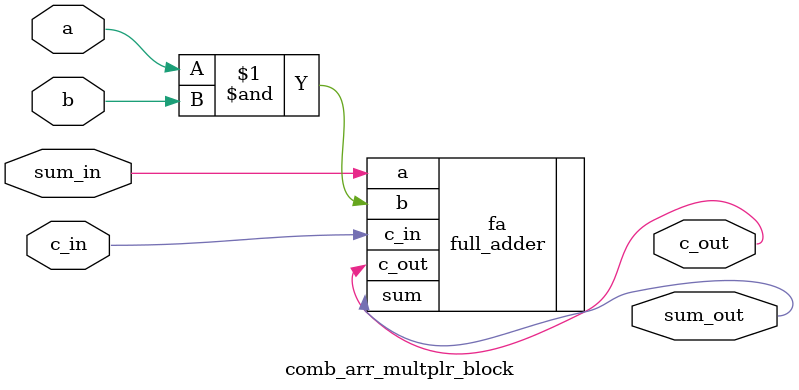
<source format=v>
/*******************************************************************************
Combinational Array Multiplier Block is the building block of a Combinational 
Array Multiplier, it adds up four 1-bit inputs and outputs the sum and carry out.

Inputs: 
    a:       1-bit addend
    b:       1-bit addend
    sum_in:  1-bit sum in
    c_in:    1-bit carry in

Outputs:
    sum_out: 1-bit sum out
    c_out:   1-bit carry out
*******************************************************************************/

`timescale 1ns / 1ps

module comb_arr_multplr_block(
    input a,
    input b,
    input sum_in,
    input c_in,
    output sum_out,
    output c_out
    );
    
    full_adder fa(.a(sum_in), .b(a & b), .c_in(c_in), .sum(sum_out), .c_out(c_out));
endmodule
</source>
